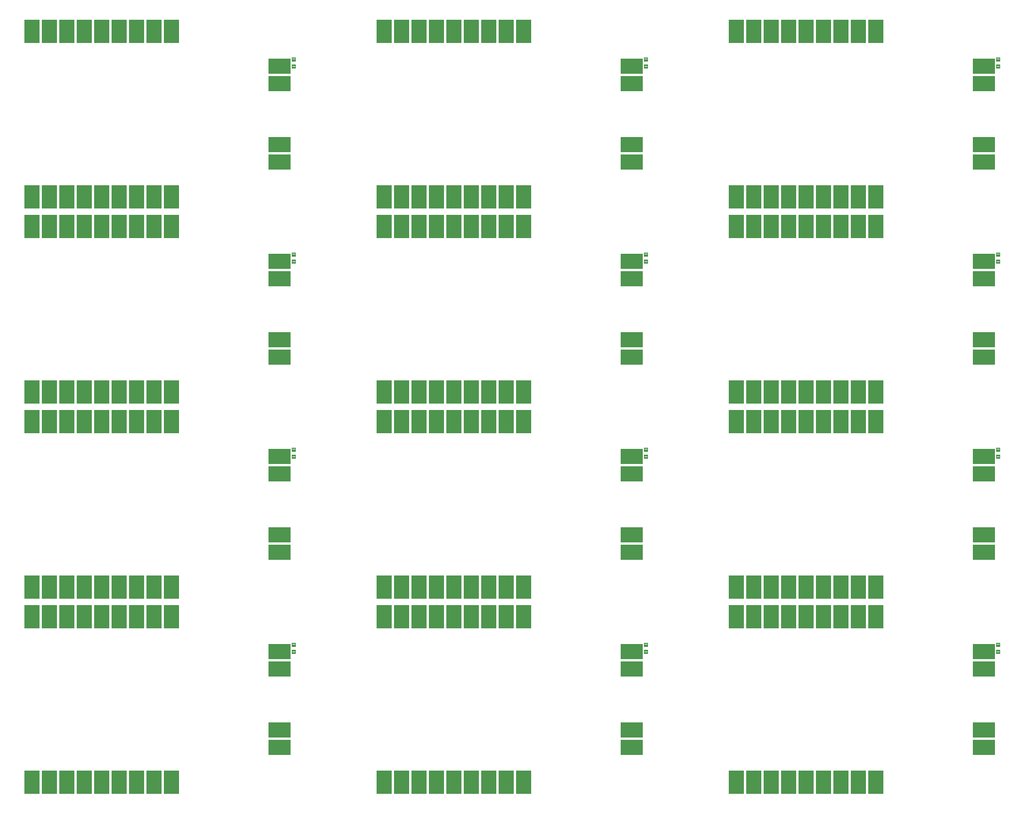
<source format=gbp>
G04 EAGLE Gerber RS-274X export*
G75*
%MOMM*%
%FSLAX34Y34*%
%LPD*%
%INSolderpaste Bottom*%
%IPPOS*%
%AMOC8*
5,1,8,0,0,1.08239X$1,22.5*%
G01*
%ADD10R,2.200000X3.400000*%
%ADD11R,3.254000X2.254000*%
%ADD12C,0.102000*%


D10*
X63600Y260700D03*
D11*
X424600Y209700D03*
X424600Y184300D03*
X424600Y95100D03*
X424600Y69700D03*
D10*
X89000Y260700D03*
X114400Y260700D03*
X139800Y260700D03*
X165200Y260700D03*
X190600Y260700D03*
X216000Y260700D03*
X241400Y260700D03*
X266800Y260700D03*
X63600Y19400D03*
X89000Y19400D03*
X114400Y19400D03*
X139800Y19400D03*
X165200Y19400D03*
X190600Y19400D03*
X216000Y19400D03*
X241400Y19400D03*
X266800Y19400D03*
D12*
X442010Y217140D02*
X442010Y222120D01*
X446990Y222120D01*
X446990Y217140D01*
X442010Y217140D01*
X442010Y218109D02*
X446990Y218109D01*
X446990Y219078D02*
X442010Y219078D01*
X442010Y220047D02*
X446990Y220047D01*
X446990Y221016D02*
X442010Y221016D01*
X442010Y221985D02*
X446990Y221985D01*
X442010Y212120D02*
X442010Y207140D01*
X442010Y212120D02*
X446990Y212120D01*
X446990Y207140D01*
X442010Y207140D01*
X442010Y208109D02*
X446990Y208109D01*
X446990Y209078D02*
X442010Y209078D01*
X442010Y210047D02*
X446990Y210047D01*
X446990Y211016D02*
X442010Y211016D01*
X442010Y211985D02*
X446990Y211985D01*
D10*
X576680Y260700D03*
D11*
X937680Y209700D03*
X937680Y184300D03*
X937680Y95100D03*
X937680Y69700D03*
D10*
X602080Y260700D03*
X627480Y260700D03*
X652880Y260700D03*
X678280Y260700D03*
X703680Y260700D03*
X729080Y260700D03*
X754480Y260700D03*
X779880Y260700D03*
X576680Y19400D03*
X602080Y19400D03*
X627480Y19400D03*
X652880Y19400D03*
X678280Y19400D03*
X703680Y19400D03*
X729080Y19400D03*
X754480Y19400D03*
X779880Y19400D03*
D12*
X955090Y217140D02*
X955090Y222120D01*
X960070Y222120D01*
X960070Y217140D01*
X955090Y217140D01*
X955090Y218109D02*
X960070Y218109D01*
X960070Y219078D02*
X955090Y219078D01*
X955090Y220047D02*
X960070Y220047D01*
X960070Y221016D02*
X955090Y221016D01*
X955090Y221985D02*
X960070Y221985D01*
X955090Y212120D02*
X955090Y207140D01*
X955090Y212120D02*
X960070Y212120D01*
X960070Y207140D01*
X955090Y207140D01*
X955090Y208109D02*
X960070Y208109D01*
X960070Y209078D02*
X955090Y209078D01*
X955090Y210047D02*
X960070Y210047D01*
X960070Y211016D02*
X955090Y211016D01*
X955090Y211985D02*
X960070Y211985D01*
D10*
X1089760Y260700D03*
D11*
X1450760Y209700D03*
X1450760Y184300D03*
X1450760Y95100D03*
X1450760Y69700D03*
D10*
X1115160Y260700D03*
X1140560Y260700D03*
X1165960Y260700D03*
X1191360Y260700D03*
X1216760Y260700D03*
X1242160Y260700D03*
X1267560Y260700D03*
X1292960Y260700D03*
X1089760Y19400D03*
X1115160Y19400D03*
X1140560Y19400D03*
X1165960Y19400D03*
X1191360Y19400D03*
X1216760Y19400D03*
X1242160Y19400D03*
X1267560Y19400D03*
X1292960Y19400D03*
D12*
X1468170Y217140D02*
X1468170Y222120D01*
X1473150Y222120D01*
X1473150Y217140D01*
X1468170Y217140D01*
X1468170Y218109D02*
X1473150Y218109D01*
X1473150Y219078D02*
X1468170Y219078D01*
X1468170Y220047D02*
X1473150Y220047D01*
X1473150Y221016D02*
X1468170Y221016D01*
X1468170Y221985D02*
X1473150Y221985D01*
X1468170Y212120D02*
X1468170Y207140D01*
X1468170Y212120D02*
X1473150Y212120D01*
X1473150Y207140D01*
X1468170Y207140D01*
X1468170Y208109D02*
X1473150Y208109D01*
X1473150Y209078D02*
X1468170Y209078D01*
X1468170Y210047D02*
X1473150Y210047D01*
X1473150Y211016D02*
X1468170Y211016D01*
X1468170Y211985D02*
X1473150Y211985D01*
D10*
X63600Y545180D03*
D11*
X424600Y494180D03*
X424600Y468780D03*
X424600Y379580D03*
X424600Y354180D03*
D10*
X89000Y545180D03*
X114400Y545180D03*
X139800Y545180D03*
X165200Y545180D03*
X190600Y545180D03*
X216000Y545180D03*
X241400Y545180D03*
X266800Y545180D03*
X63600Y303880D03*
X89000Y303880D03*
X114400Y303880D03*
X139800Y303880D03*
X165200Y303880D03*
X190600Y303880D03*
X216000Y303880D03*
X241400Y303880D03*
X266800Y303880D03*
D12*
X442010Y501620D02*
X442010Y506600D01*
X446990Y506600D01*
X446990Y501620D01*
X442010Y501620D01*
X442010Y502589D02*
X446990Y502589D01*
X446990Y503558D02*
X442010Y503558D01*
X442010Y504527D02*
X446990Y504527D01*
X446990Y505496D02*
X442010Y505496D01*
X442010Y506465D02*
X446990Y506465D01*
X442010Y496600D02*
X442010Y491620D01*
X442010Y496600D02*
X446990Y496600D01*
X446990Y491620D01*
X442010Y491620D01*
X442010Y492589D02*
X446990Y492589D01*
X446990Y493558D02*
X442010Y493558D01*
X442010Y494527D02*
X446990Y494527D01*
X446990Y495496D02*
X442010Y495496D01*
X442010Y496465D02*
X446990Y496465D01*
D10*
X576680Y545180D03*
D11*
X937680Y494180D03*
X937680Y468780D03*
X937680Y379580D03*
X937680Y354180D03*
D10*
X602080Y545180D03*
X627480Y545180D03*
X652880Y545180D03*
X678280Y545180D03*
X703680Y545180D03*
X729080Y545180D03*
X754480Y545180D03*
X779880Y545180D03*
X576680Y303880D03*
X602080Y303880D03*
X627480Y303880D03*
X652880Y303880D03*
X678280Y303880D03*
X703680Y303880D03*
X729080Y303880D03*
X754480Y303880D03*
X779880Y303880D03*
D12*
X955090Y501620D02*
X955090Y506600D01*
X960070Y506600D01*
X960070Y501620D01*
X955090Y501620D01*
X955090Y502589D02*
X960070Y502589D01*
X960070Y503558D02*
X955090Y503558D01*
X955090Y504527D02*
X960070Y504527D01*
X960070Y505496D02*
X955090Y505496D01*
X955090Y506465D02*
X960070Y506465D01*
X955090Y496600D02*
X955090Y491620D01*
X955090Y496600D02*
X960070Y496600D01*
X960070Y491620D01*
X955090Y491620D01*
X955090Y492589D02*
X960070Y492589D01*
X960070Y493558D02*
X955090Y493558D01*
X955090Y494527D02*
X960070Y494527D01*
X960070Y495496D02*
X955090Y495496D01*
X955090Y496465D02*
X960070Y496465D01*
D10*
X1089760Y545180D03*
D11*
X1450760Y494180D03*
X1450760Y468780D03*
X1450760Y379580D03*
X1450760Y354180D03*
D10*
X1115160Y545180D03*
X1140560Y545180D03*
X1165960Y545180D03*
X1191360Y545180D03*
X1216760Y545180D03*
X1242160Y545180D03*
X1267560Y545180D03*
X1292960Y545180D03*
X1089760Y303880D03*
X1115160Y303880D03*
X1140560Y303880D03*
X1165960Y303880D03*
X1191360Y303880D03*
X1216760Y303880D03*
X1242160Y303880D03*
X1267560Y303880D03*
X1292960Y303880D03*
D12*
X1468170Y501620D02*
X1468170Y506600D01*
X1473150Y506600D01*
X1473150Y501620D01*
X1468170Y501620D01*
X1468170Y502589D02*
X1473150Y502589D01*
X1473150Y503558D02*
X1468170Y503558D01*
X1468170Y504527D02*
X1473150Y504527D01*
X1473150Y505496D02*
X1468170Y505496D01*
X1468170Y506465D02*
X1473150Y506465D01*
X1468170Y496600D02*
X1468170Y491620D01*
X1468170Y496600D02*
X1473150Y496600D01*
X1473150Y491620D01*
X1468170Y491620D01*
X1468170Y492589D02*
X1473150Y492589D01*
X1473150Y493558D02*
X1468170Y493558D01*
X1468170Y494527D02*
X1473150Y494527D01*
X1473150Y495496D02*
X1468170Y495496D01*
X1468170Y496465D02*
X1473150Y496465D01*
D10*
X63600Y829660D03*
D11*
X424600Y778660D03*
X424600Y753260D03*
X424600Y664060D03*
X424600Y638660D03*
D10*
X89000Y829660D03*
X114400Y829660D03*
X139800Y829660D03*
X165200Y829660D03*
X190600Y829660D03*
X216000Y829660D03*
X241400Y829660D03*
X266800Y829660D03*
X63600Y588360D03*
X89000Y588360D03*
X114400Y588360D03*
X139800Y588360D03*
X165200Y588360D03*
X190600Y588360D03*
X216000Y588360D03*
X241400Y588360D03*
X266800Y588360D03*
D12*
X442010Y786100D02*
X442010Y791080D01*
X446990Y791080D01*
X446990Y786100D01*
X442010Y786100D01*
X442010Y787069D02*
X446990Y787069D01*
X446990Y788038D02*
X442010Y788038D01*
X442010Y789007D02*
X446990Y789007D01*
X446990Y789976D02*
X442010Y789976D01*
X442010Y790945D02*
X446990Y790945D01*
X442010Y781080D02*
X442010Y776100D01*
X442010Y781080D02*
X446990Y781080D01*
X446990Y776100D01*
X442010Y776100D01*
X442010Y777069D02*
X446990Y777069D01*
X446990Y778038D02*
X442010Y778038D01*
X442010Y779007D02*
X446990Y779007D01*
X446990Y779976D02*
X442010Y779976D01*
X442010Y780945D02*
X446990Y780945D01*
D10*
X576680Y829660D03*
D11*
X937680Y778660D03*
X937680Y753260D03*
X937680Y664060D03*
X937680Y638660D03*
D10*
X602080Y829660D03*
X627480Y829660D03*
X652880Y829660D03*
X678280Y829660D03*
X703680Y829660D03*
X729080Y829660D03*
X754480Y829660D03*
X779880Y829660D03*
X576680Y588360D03*
X602080Y588360D03*
X627480Y588360D03*
X652880Y588360D03*
X678280Y588360D03*
X703680Y588360D03*
X729080Y588360D03*
X754480Y588360D03*
X779880Y588360D03*
D12*
X955090Y786100D02*
X955090Y791080D01*
X960070Y791080D01*
X960070Y786100D01*
X955090Y786100D01*
X955090Y787069D02*
X960070Y787069D01*
X960070Y788038D02*
X955090Y788038D01*
X955090Y789007D02*
X960070Y789007D01*
X960070Y789976D02*
X955090Y789976D01*
X955090Y790945D02*
X960070Y790945D01*
X955090Y781080D02*
X955090Y776100D01*
X955090Y781080D02*
X960070Y781080D01*
X960070Y776100D01*
X955090Y776100D01*
X955090Y777069D02*
X960070Y777069D01*
X960070Y778038D02*
X955090Y778038D01*
X955090Y779007D02*
X960070Y779007D01*
X960070Y779976D02*
X955090Y779976D01*
X955090Y780945D02*
X960070Y780945D01*
D10*
X1089760Y829660D03*
D11*
X1450760Y778660D03*
X1450760Y753260D03*
X1450760Y664060D03*
X1450760Y638660D03*
D10*
X1115160Y829660D03*
X1140560Y829660D03*
X1165960Y829660D03*
X1191360Y829660D03*
X1216760Y829660D03*
X1242160Y829660D03*
X1267560Y829660D03*
X1292960Y829660D03*
X1089760Y588360D03*
X1115160Y588360D03*
X1140560Y588360D03*
X1165960Y588360D03*
X1191360Y588360D03*
X1216760Y588360D03*
X1242160Y588360D03*
X1267560Y588360D03*
X1292960Y588360D03*
D12*
X1468170Y786100D02*
X1468170Y791080D01*
X1473150Y791080D01*
X1473150Y786100D01*
X1468170Y786100D01*
X1468170Y787069D02*
X1473150Y787069D01*
X1473150Y788038D02*
X1468170Y788038D01*
X1468170Y789007D02*
X1473150Y789007D01*
X1473150Y789976D02*
X1468170Y789976D01*
X1468170Y790945D02*
X1473150Y790945D01*
X1468170Y781080D02*
X1468170Y776100D01*
X1468170Y781080D02*
X1473150Y781080D01*
X1473150Y776100D01*
X1468170Y776100D01*
X1468170Y777069D02*
X1473150Y777069D01*
X1473150Y778038D02*
X1468170Y778038D01*
X1468170Y779007D02*
X1473150Y779007D01*
X1473150Y779976D02*
X1468170Y779976D01*
X1468170Y780945D02*
X1473150Y780945D01*
D10*
X63600Y1114140D03*
D11*
X424600Y1063140D03*
X424600Y1037740D03*
X424600Y948540D03*
X424600Y923140D03*
D10*
X89000Y1114140D03*
X114400Y1114140D03*
X139800Y1114140D03*
X165200Y1114140D03*
X190600Y1114140D03*
X216000Y1114140D03*
X241400Y1114140D03*
X266800Y1114140D03*
X63600Y872840D03*
X89000Y872840D03*
X114400Y872840D03*
X139800Y872840D03*
X165200Y872840D03*
X190600Y872840D03*
X216000Y872840D03*
X241400Y872840D03*
X266800Y872840D03*
D12*
X442010Y1070580D02*
X442010Y1075560D01*
X446990Y1075560D01*
X446990Y1070580D01*
X442010Y1070580D01*
X442010Y1071549D02*
X446990Y1071549D01*
X446990Y1072518D02*
X442010Y1072518D01*
X442010Y1073487D02*
X446990Y1073487D01*
X446990Y1074456D02*
X442010Y1074456D01*
X442010Y1075425D02*
X446990Y1075425D01*
X442010Y1065560D02*
X442010Y1060580D01*
X442010Y1065560D02*
X446990Y1065560D01*
X446990Y1060580D01*
X442010Y1060580D01*
X442010Y1061549D02*
X446990Y1061549D01*
X446990Y1062518D02*
X442010Y1062518D01*
X442010Y1063487D02*
X446990Y1063487D01*
X446990Y1064456D02*
X442010Y1064456D01*
X442010Y1065425D02*
X446990Y1065425D01*
D10*
X576680Y1114140D03*
D11*
X937680Y1063140D03*
X937680Y1037740D03*
X937680Y948540D03*
X937680Y923140D03*
D10*
X602080Y1114140D03*
X627480Y1114140D03*
X652880Y1114140D03*
X678280Y1114140D03*
X703680Y1114140D03*
X729080Y1114140D03*
X754480Y1114140D03*
X779880Y1114140D03*
X576680Y872840D03*
X602080Y872840D03*
X627480Y872840D03*
X652880Y872840D03*
X678280Y872840D03*
X703680Y872840D03*
X729080Y872840D03*
X754480Y872840D03*
X779880Y872840D03*
D12*
X955090Y1070580D02*
X955090Y1075560D01*
X960070Y1075560D01*
X960070Y1070580D01*
X955090Y1070580D01*
X955090Y1071549D02*
X960070Y1071549D01*
X960070Y1072518D02*
X955090Y1072518D01*
X955090Y1073487D02*
X960070Y1073487D01*
X960070Y1074456D02*
X955090Y1074456D01*
X955090Y1075425D02*
X960070Y1075425D01*
X955090Y1065560D02*
X955090Y1060580D01*
X955090Y1065560D02*
X960070Y1065560D01*
X960070Y1060580D01*
X955090Y1060580D01*
X955090Y1061549D02*
X960070Y1061549D01*
X960070Y1062518D02*
X955090Y1062518D01*
X955090Y1063487D02*
X960070Y1063487D01*
X960070Y1064456D02*
X955090Y1064456D01*
X955090Y1065425D02*
X960070Y1065425D01*
D10*
X1089760Y1114140D03*
D11*
X1450760Y1063140D03*
X1450760Y1037740D03*
X1450760Y948540D03*
X1450760Y923140D03*
D10*
X1115160Y1114140D03*
X1140560Y1114140D03*
X1165960Y1114140D03*
X1191360Y1114140D03*
X1216760Y1114140D03*
X1242160Y1114140D03*
X1267560Y1114140D03*
X1292960Y1114140D03*
X1089760Y872840D03*
X1115160Y872840D03*
X1140560Y872840D03*
X1165960Y872840D03*
X1191360Y872840D03*
X1216760Y872840D03*
X1242160Y872840D03*
X1267560Y872840D03*
X1292960Y872840D03*
D12*
X1468170Y1070580D02*
X1468170Y1075560D01*
X1473150Y1075560D01*
X1473150Y1070580D01*
X1468170Y1070580D01*
X1468170Y1071549D02*
X1473150Y1071549D01*
X1473150Y1072518D02*
X1468170Y1072518D01*
X1468170Y1073487D02*
X1473150Y1073487D01*
X1473150Y1074456D02*
X1468170Y1074456D01*
X1468170Y1075425D02*
X1473150Y1075425D01*
X1468170Y1065560D02*
X1468170Y1060580D01*
X1468170Y1065560D02*
X1473150Y1065560D01*
X1473150Y1060580D01*
X1468170Y1060580D01*
X1468170Y1061549D02*
X1473150Y1061549D01*
X1473150Y1062518D02*
X1468170Y1062518D01*
X1468170Y1063487D02*
X1473150Y1063487D01*
X1473150Y1064456D02*
X1468170Y1064456D01*
X1468170Y1065425D02*
X1473150Y1065425D01*
M02*

</source>
